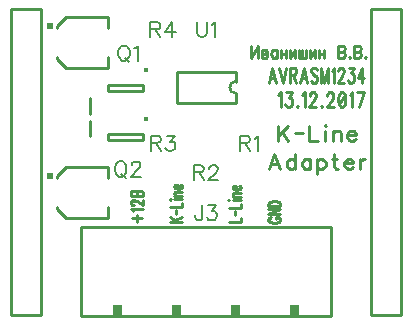
<source format=gbr>
G04 DipTrace 3.1.0.1*
G04 Âåðõíÿÿìàðêèðîâêà.gbr*
%MOIN*%
G04 #@! TF.FileFunction,Legend,Top*
G04 #@! TF.Part,Single*
%ADD10C,0.009843*%
%ADD15C,0.023676*%
%ADD24C,0.015404*%
%ADD54C,0.00772*%
%ADD55C,0.010936*%
%ADD56C,0.008749*%
%FSLAX26Y26*%
G04*
G70*
G90*
G75*
G01*
G04 TopSilk*
%LPD*%
X-1778067Y1784824D2*
D10*
X-1778043Y1749391D1*
X-1778067Y1784824D2*
X-1917765D1*
X-1947324Y1755300D2*
X-1917765Y1784824D1*
X-1947324Y1755300D2*
X-1947348Y1749391D1*
X-1778043Y1650965D2*
X-1778067Y1615533D1*
X-1917765D1*
X-1947324Y1645057D2*
X-1917765Y1615533D1*
X-1947348Y1650965D2*
X-1947324Y1645057D1*
D15*
X-1968975Y1755308D3*
X-1778067Y1284766D2*
D10*
X-1778043Y1249334D1*
X-1778067Y1284766D2*
X-1917765D1*
X-1947324Y1255242D2*
X-1917765Y1284766D1*
X-1947324Y1255242D2*
X-1947348Y1249334D1*
X-1778043Y1150908D2*
X-1778067Y1115475D1*
X-1917765D1*
X-1947324Y1144999D2*
X-1917765Y1115475D1*
X-1947348Y1150908D2*
X-1947324Y1144999D1*
D15*
X-1968975Y1255250D3*
X-1837919Y1513227D2*
D10*
Y1462085D1*
Y1438219D2*
Y1387077D1*
X-1867475Y788925D2*
X-1032829D1*
Y1084201D1*
X-1867475D1*
Y788925D1*
G36*
X-1761141Y823679D2*
X-1729675D1*
Y792173D1*
X-1761141D1*
Y823679D1*
G37*
G36*
X-1564332D2*
X-1532866D1*
Y792173D1*
X-1564332D1*
Y823679D1*
G37*
G36*
X-1367522D2*
X-1336056D1*
Y792173D1*
X-1367522D1*
Y823679D1*
G37*
G36*
X-1170546D2*
X-1139080D1*
Y792173D1*
X-1170546D1*
Y823679D1*
G37*
X-2001003Y1809979D2*
D10*
X-2099428D1*
Y790294D1*
X-2001003D1*
Y1809979D1*
X-800877D2*
X-899302D1*
Y790294D1*
X-800877D1*
Y1809979D1*
D24*
X-1650578Y1608626D3*
X-1659778Y1558484D2*
D10*
X-1777883D1*
Y1538799D1*
X-1659778D1*
Y1558484D1*
D24*
X-1650578Y1446109D3*
X-1659778Y1395967D2*
D10*
X-1777883D1*
Y1376282D1*
X-1659778D1*
Y1395967D1*
X-1351725Y1601351D2*
X-1548579D1*
X-1351725Y1498975D2*
X-1548579D1*
Y1601351D2*
Y1498975D1*
X-1351725Y1569857D2*
Y1601351D1*
Y1530468D2*
Y1498975D1*
Y1569857D2*
G03X-1351725Y1530468I9J-19694D01*
G01*
X-1462653Y1157424D2*
D54*
Y1119177D1*
X-1465029Y1111992D1*
X-1467461Y1109616D1*
X-1472214Y1107184D1*
X-1477023D1*
X-1481776Y1109616D1*
X-1484153Y1111992D1*
X-1486584Y1119177D1*
Y1123931D1*
X-1442405Y1157369D2*
X-1416152D1*
X-1430467Y1138245D1*
X-1423282D1*
X-1418529Y1135869D1*
X-1416152Y1133492D1*
X-1413720Y1126307D1*
Y1121554D1*
X-1416152Y1114369D1*
X-1420905Y1109560D1*
X-1428090Y1107184D1*
X-1435275D1*
X-1442405Y1109560D1*
X-1444782Y1111992D1*
X-1447213Y1116745D1*
X-1728876Y1689560D2*
X-1733630Y1687239D1*
X-1738438Y1682431D1*
X-1740815Y1677622D1*
X-1743247Y1670437D1*
Y1658499D1*
X-1740815Y1651314D1*
X-1738438Y1646561D1*
X-1733630Y1641752D1*
X-1728876Y1639376D1*
X-1719315D1*
X-1714506Y1641752D1*
X-1709753Y1646561D1*
X-1707377Y1651314D1*
X-1704945Y1658499D1*
Y1670437D1*
X-1707377Y1677622D1*
X-1709753Y1682431D1*
X-1714506Y1687239D1*
X-1719315Y1689560D1*
X-1728876D1*
X-1721691Y1648937D2*
X-1707377Y1634567D1*
X-1689505Y1679943D2*
X-1684697Y1682375D1*
X-1677512Y1689505D1*
Y1639320D1*
X-1739626Y1303221D2*
X-1744380Y1300900D1*
X-1749188Y1296091D1*
X-1751565Y1291283D1*
X-1753996Y1284098D1*
Y1272160D1*
X-1751565Y1264975D1*
X-1749188Y1260221D1*
X-1744380Y1255413D1*
X-1739626Y1253036D1*
X-1730065D1*
X-1725256Y1255413D1*
X-1720503Y1260221D1*
X-1718127Y1264975D1*
X-1715695Y1272160D1*
Y1284098D1*
X-1718127Y1291283D1*
X-1720503Y1296091D1*
X-1725256Y1300900D1*
X-1730065Y1303221D1*
X-1739626D1*
X-1732441Y1262598D2*
X-1718127Y1248228D1*
X-1697824Y1291228D2*
Y1293604D1*
X-1695447Y1298413D1*
X-1693070Y1300789D1*
X-1688262Y1303166D1*
X-1678700D1*
X-1673947Y1300789D1*
X-1671571Y1298413D1*
X-1669139Y1293604D1*
Y1288851D1*
X-1671571Y1284043D1*
X-1676324Y1276913D1*
X-1700255Y1252981D1*
X-1666762D1*
X-1336850Y1365022D2*
X-1315350D1*
X-1308165Y1367454D1*
X-1305733Y1369830D1*
X-1303357Y1374583D1*
Y1379392D1*
X-1305733Y1384145D1*
X-1308165Y1386577D1*
X-1315350Y1388953D1*
X-1336850D1*
Y1338713D1*
X-1320104Y1365022D2*
X-1303357Y1338713D1*
X-1287918Y1379336D2*
X-1283109Y1381768D1*
X-1275924Y1388898D1*
Y1338713D1*
X-1491468Y1267222D2*
X-1469968D1*
X-1462783Y1269654D1*
X-1460351Y1272031D1*
X-1457974Y1276784D1*
Y1281593D1*
X-1460351Y1286346D1*
X-1462783Y1288778D1*
X-1469968Y1291154D1*
X-1491468D1*
Y1240914D1*
X-1474721Y1267222D2*
X-1457974Y1240914D1*
X-1440103Y1279161D2*
Y1281537D1*
X-1437727Y1286346D1*
X-1435350Y1288722D1*
X-1430541Y1291099D1*
X-1420980D1*
X-1416227Y1288722D1*
X-1413850Y1286346D1*
X-1411418Y1281537D1*
Y1276784D1*
X-1413850Y1271976D1*
X-1418603Y1264846D1*
X-1442535Y1240914D1*
X-1409042D1*
X-1635130Y1365022D2*
X-1613630D1*
X-1606445Y1367454D1*
X-1604014Y1369830D1*
X-1601637Y1374583D1*
Y1379392D1*
X-1604014Y1384145D1*
X-1606445Y1386577D1*
X-1613630Y1388953D1*
X-1635130D1*
Y1338713D1*
X-1618384Y1365022D2*
X-1601637Y1338713D1*
X-1581389Y1388898D2*
X-1555136D1*
X-1569451Y1369775D1*
X-1562266D1*
X-1557513Y1367398D1*
X-1555136Y1365022D1*
X-1552704Y1357837D1*
Y1353083D1*
X-1555136Y1345898D1*
X-1559889Y1341090D1*
X-1567074Y1338713D1*
X-1574259D1*
X-1581389Y1341090D1*
X-1583766Y1343522D1*
X-1586198Y1348275D1*
X-1636319Y1743705D2*
X-1614819D1*
X-1607634Y1746137D1*
X-1605202Y1748513D1*
X-1602825Y1753266D1*
Y1758075D1*
X-1605202Y1762828D1*
X-1607634Y1765260D1*
X-1614819Y1767636D1*
X-1636319D1*
Y1717396D1*
X-1619572Y1743705D2*
X-1602825Y1717396D1*
X-1563454D2*
Y1767581D1*
X-1587386Y1734143D1*
X-1551516D1*
X-1480615Y1769055D2*
Y1733185D1*
X-1478239Y1726000D1*
X-1473430Y1721247D1*
X-1466245Y1718815D1*
X-1461492D1*
X-1454307Y1721247D1*
X-1449499Y1726000D1*
X-1447122Y1733185D1*
Y1769055D1*
X-1431683Y1759438D2*
X-1426874Y1761870D1*
X-1419689Y1769000D1*
Y1718815D1*
X-1210440Y1422365D2*
D55*
Y1372125D1*
X-1176947Y1422365D2*
X-1210440Y1388871D1*
X-1198502Y1400865D2*
X-1176947Y1372125D1*
X-1155074Y1397217D2*
X-1127440D1*
X-1105567Y1422365D2*
Y1372125D1*
X-1076883D1*
X-1055010Y1422365D2*
X-1052634Y1419988D1*
X-1050202Y1422365D1*
X-1052634Y1424797D1*
X-1055010Y1422365D1*
X-1052634Y1405618D2*
Y1372125D1*
X-1028330Y1405618D2*
Y1372125D1*
Y1396057D2*
X-1021145Y1403242D1*
X-1016336Y1405618D1*
X-1009206D1*
X-1004398Y1403242D1*
X-1002021Y1396057D1*
Y1372125D1*
X-980149Y1391248D2*
X-951464D1*
Y1396057D1*
X-953841Y1400865D1*
X-956217Y1403242D1*
X-961026Y1405618D1*
X-968211D1*
X-972964Y1403242D1*
X-977772Y1398433D1*
X-980149Y1391248D1*
Y1386495D1*
X-977772Y1379310D1*
X-972964Y1374557D1*
X-968211Y1372125D1*
X-961026D1*
X-956217Y1374557D1*
X-951464Y1379310D1*
X-1569961Y1101927D2*
D56*
X-1529769D1*
X-1569961Y1118004D2*
X-1543167Y1101927D1*
X-1552762Y1107657D2*
X-1529769Y1118004D1*
X-1549843Y1128503D2*
Y1141767D1*
X-1569961Y1152266D2*
X-1529769D1*
Y1166035D1*
X-1569961Y1176533D2*
X-1568060Y1177674D1*
X-1569961Y1178841D1*
X-1571907Y1177674D1*
X-1569961Y1176533D1*
X-1556564Y1177674D2*
X-1529769D1*
X-1556564Y1189340D2*
X-1529769D1*
X-1548915D2*
X-1554663Y1192789D1*
X-1556564Y1195097D1*
Y1198519D1*
X-1554663Y1200827D1*
X-1548915Y1201968D1*
X-1529769D1*
X-1545068Y1212467D2*
Y1226235D1*
X-1548915D1*
X-1552761Y1225095D1*
X-1554663Y1223954D1*
X-1556564Y1221646D1*
Y1218197D1*
X-1554663Y1215915D1*
X-1550816Y1213607D1*
X-1545068Y1212467D1*
X-1541265D1*
X-1535517Y1213607D1*
X-1531715Y1215915D1*
X-1529769Y1218197D1*
Y1221646D1*
X-1531715Y1223954D1*
X-1535517Y1226235D1*
X-1375394Y1101132D2*
X-1335202D1*
Y1114900D1*
X-1355276Y1125399D2*
Y1138664D1*
X-1375394Y1149163D2*
X-1335202Y1149162D1*
Y1162931D1*
X-1375394Y1173430D2*
X-1373493Y1174571D1*
X-1375394Y1175738D1*
X-1377340Y1174571D1*
X-1375394Y1173430D1*
X-1361997Y1174571D2*
X-1335202D1*
X-1361997Y1186237D2*
X-1335202D1*
X-1354348D2*
X-1360096Y1189685D1*
X-1361997Y1191994D1*
Y1195416D1*
X-1360096Y1197724D1*
X-1354348Y1198865D1*
X-1335202D1*
X-1350501Y1209363D2*
Y1223132D1*
X-1354348D1*
X-1358195Y1221991D1*
X-1360096Y1220851D1*
X-1361997Y1218543D1*
Y1215094D1*
X-1360096Y1212812D1*
X-1356249Y1210504D1*
X-1350501Y1209363D1*
X-1346699D1*
X-1340950Y1210504D1*
X-1337148Y1212812D1*
X-1335202Y1215094D1*
Y1218542D1*
X-1337148Y1220851D1*
X-1340950Y1223132D1*
X-1697908Y1113474D2*
X-1663464D1*
X-1680664Y1101434D2*
Y1125544D1*
X-1693110Y1137793D2*
X-1695056Y1140486D1*
X-1700760Y1144509D1*
X-1660612D1*
X-1691209Y1158119D2*
X-1693110D1*
X-1696957Y1159450D1*
X-1698858Y1160781D1*
X-1700760Y1163474D1*
Y1168829D1*
X-1698858Y1171490D1*
X-1696957Y1172821D1*
X-1693110Y1174183D1*
X-1689308D1*
X-1685461Y1172821D1*
X-1679757Y1170159D1*
X-1660612Y1156758D1*
Y1175514D1*
X-1700804Y1187762D2*
X-1660612D1*
Y1199833D1*
X-1662557Y1203857D1*
X-1664459Y1205188D1*
X-1668261Y1206519D1*
X-1674009D1*
X-1677856Y1205188D1*
X-1679757Y1203857D1*
X-1681659Y1199833D1*
X-1683604Y1203857D1*
X-1685505Y1205188D1*
X-1689308Y1206519D1*
X-1693155D1*
X-1696957Y1205188D1*
X-1698903Y1203857D1*
X-1700804Y1199833D1*
Y1187762D1*
X-1681659D2*
Y1199833D1*
X-1233059Y1116827D2*
X-1236862Y1115686D1*
X-1240708Y1113378D1*
X-1242610Y1111097D1*
Y1106507D1*
X-1240708Y1104199D1*
X-1236862Y1101918D1*
X-1233059Y1100750D1*
X-1227311Y1099609D1*
X-1217716D1*
X-1212012Y1100750D1*
X-1208166Y1101918D1*
X-1204363Y1104199D1*
X-1202418Y1106507D1*
Y1111097D1*
X-1204363Y1113378D1*
X-1208166Y1115686D1*
X-1212012Y1116827D1*
X-1217716D1*
Y1111097D1*
X-1242610Y1143402D2*
X-1202418D1*
X-1242610Y1127326D1*
X-1202418D1*
X-1242610Y1153901D2*
X-1202418D1*
Y1161940D1*
X-1204363Y1165388D1*
X-1208166Y1167696D1*
X-1212012Y1168837D1*
X-1217716Y1169978D1*
X-1227311D1*
X-1233059Y1168837D1*
X-1236862Y1167696D1*
X-1240708Y1165388D1*
X-1242610Y1161940D1*
Y1153901D1*
X-1218712Y1565895D2*
D55*
X-1230219Y1616135D1*
X-1241693Y1565895D1*
X-1237382Y1582642D2*
X-1223023D1*
X-1205589Y1616135D2*
X-1194115Y1565895D1*
X-1182641Y1616135D1*
X-1169518Y1592203D2*
X-1156618D1*
X-1152307Y1594635D1*
X-1150848Y1597012D1*
X-1149422Y1601765D1*
Y1606574D1*
X-1150848Y1611327D1*
X-1152307Y1613759D1*
X-1156618Y1616135D1*
X-1169518D1*
Y1565895D1*
X-1159470Y1592203D2*
X-1149422Y1565895D1*
X-1113317D2*
X-1124824Y1616135D1*
X-1136298Y1565895D1*
X-1131987Y1582642D2*
X-1117628D1*
X-1080098Y1608950D2*
X-1082950Y1613759D1*
X-1087261Y1616135D1*
X-1092998D1*
X-1097309Y1613759D1*
X-1100194Y1608950D1*
Y1604197D1*
X-1098735Y1599388D1*
X-1097309Y1597012D1*
X-1094457Y1594635D1*
X-1085835Y1589827D1*
X-1082950Y1587450D1*
X-1081524Y1585018D1*
X-1080098Y1580265D1*
Y1573080D1*
X-1082950Y1568327D1*
X-1087261Y1565895D1*
X-1092998D1*
X-1097309Y1568327D1*
X-1100194Y1573080D1*
X-1044027Y1565895D2*
Y1616135D1*
X-1055501Y1565895D1*
X-1066974Y1616135D1*
Y1565895D1*
X-1030903Y1606518D2*
X-1028018Y1608950D1*
X-1023707Y1616080D1*
Y1565895D1*
X-1009125Y1604142D2*
Y1606518D1*
X-1007699Y1611327D1*
X-1006273Y1613703D1*
X-1003388Y1616080D1*
X-997651D1*
X-994799Y1613703D1*
X-993373Y1611327D1*
X-991914Y1606518D1*
Y1601765D1*
X-993373Y1596957D1*
X-996225Y1589827D1*
X-1010584Y1565895D1*
X-990488D1*
X-974479Y1616080D2*
X-958728D1*
X-967316Y1596957D1*
X-963005D1*
X-960153Y1594580D1*
X-958728Y1592203D1*
X-957268Y1585018D1*
Y1580265D1*
X-958728Y1573080D1*
X-961579Y1568272D1*
X-965890Y1565895D1*
X-970201D1*
X-974479Y1568272D1*
X-975905Y1570704D1*
X-977364Y1575457D1*
X-929786Y1565895D2*
Y1616080D1*
X-944145Y1582642D1*
X-922623D1*
X-1210440Y1525260D2*
X-1207074Y1527692D1*
X-1202045Y1534821D1*
Y1484637D1*
X-1183368Y1534821D2*
X-1164991D1*
X-1175011Y1515698D1*
X-1169982D1*
X-1166655Y1513322D1*
X-1164991Y1510945D1*
X-1163289Y1503760D1*
Y1499007D1*
X-1164991Y1491822D1*
X-1168318Y1487013D1*
X-1173348Y1484637D1*
X-1178377D1*
X-1183368Y1487013D1*
X-1185032Y1489445D1*
X-1186734Y1494198D1*
X-1146315Y1489445D2*
X-1147978Y1487013D1*
X-1146315Y1484637D1*
X-1144612Y1487013D1*
X-1146315Y1489445D1*
X-1129302Y1525260D2*
X-1125936Y1527692D1*
X-1120906Y1534821D1*
Y1484637D1*
X-1103893Y1522883D2*
Y1525260D1*
X-1102230Y1530068D1*
X-1100566Y1532445D1*
X-1097200Y1534821D1*
X-1090507D1*
X-1087180Y1532445D1*
X-1085516Y1530068D1*
X-1083814Y1525260D1*
Y1520507D1*
X-1085516Y1515698D1*
X-1088843Y1508568D1*
X-1105596Y1484637D1*
X-1082150D1*
X-1065176Y1489445D2*
X-1066840Y1487013D1*
X-1065176Y1484637D1*
X-1063474Y1487013D1*
X-1065176Y1489445D1*
X-1046461Y1522883D2*
Y1525260D1*
X-1044797Y1530068D1*
X-1043134Y1532445D1*
X-1039768Y1534821D1*
X-1033075D1*
X-1029747Y1532445D1*
X-1028084Y1530068D1*
X-1026381Y1525260D1*
Y1520507D1*
X-1028084Y1515698D1*
X-1031411Y1508568D1*
X-1048163Y1484637D1*
X-1024718D1*
X-999348Y1534821D2*
X-1004378Y1532445D1*
X-1007744Y1525260D1*
X-1009407Y1513322D1*
Y1506136D1*
X-1007744Y1494198D1*
X-1004378Y1487013D1*
X-999348Y1484637D1*
X-996021D1*
X-990991Y1487013D1*
X-987664Y1494198D1*
X-985962Y1506136D1*
Y1513322D1*
X-987664Y1525260D1*
X-990991Y1532445D1*
X-996021Y1534821D1*
X-999348D1*
X-987664Y1525260D2*
X-1007744Y1494198D1*
X-970651Y1525260D2*
X-967285Y1527692D1*
X-962256Y1534821D1*
Y1484637D1*
X-940252D2*
X-923500Y1534821D1*
X-946945D1*
X-1203392Y1278365D2*
X-1222570Y1328605D1*
X-1241693Y1278365D1*
X-1234508Y1295112D2*
X-1210577D1*
X-1152834Y1328605D2*
Y1278365D1*
Y1304673D2*
X-1157588Y1309482D1*
X-1162396Y1311858D1*
X-1169581D1*
X-1174334Y1309482D1*
X-1179143Y1304673D1*
X-1181519Y1297488D1*
Y1292735D1*
X-1179143Y1285550D1*
X-1174334Y1280797D1*
X-1169581Y1278365D1*
X-1162396D1*
X-1157588Y1280797D1*
X-1152834Y1285550D1*
X-1102277Y1311858D2*
Y1278365D1*
Y1304673D2*
X-1107030Y1309482D1*
X-1111839Y1311858D1*
X-1118969D1*
X-1123777Y1309482D1*
X-1128530Y1304673D1*
X-1130962Y1297488D1*
Y1292735D1*
X-1128530Y1285550D1*
X-1123777Y1280797D1*
X-1118969Y1278365D1*
X-1111839D1*
X-1107030Y1280797D1*
X-1102277Y1285550D1*
X-1080405Y1311858D2*
Y1261618D1*
Y1304673D2*
X-1075597Y1309426D1*
X-1070843Y1311858D1*
X-1063658D1*
X-1058850Y1309426D1*
X-1054097Y1304673D1*
X-1051665Y1297488D1*
Y1292680D1*
X-1054097Y1285550D1*
X-1058850Y1280742D1*
X-1063658Y1278365D1*
X-1070843D1*
X-1075597Y1280742D1*
X-1080405Y1285550D1*
X-1022608Y1328605D2*
Y1287927D1*
X-1020231Y1280797D1*
X-1015422Y1278365D1*
X-1010669D1*
X-1029793Y1311858D2*
X-1013046D1*
X-988797Y1297488D2*
X-960112D1*
Y1302297D1*
X-962489Y1307105D1*
X-964865Y1309482D1*
X-969674Y1311858D1*
X-976859D1*
X-981612Y1309482D1*
X-986420Y1304673D1*
X-988797Y1297488D1*
Y1292735D1*
X-986420Y1285550D1*
X-981612Y1280797D1*
X-976859Y1278365D1*
X-969674D1*
X-964865Y1280797D1*
X-960112Y1285550D1*
X-938240Y1311858D2*
Y1278365D1*
Y1297488D2*
X-935808Y1304673D1*
X-931055Y1309482D1*
X-926246Y1311858D1*
X-919061D1*
X-1277607Y1688606D2*
D56*
Y1648414D1*
Y1688606D2*
X-1299043Y1648414D1*
Y1688606D2*
Y1648414D1*
X-1263609Y1675208D2*
Y1648414D1*
X-1253280D1*
X-1249814Y1649696D1*
X-1248682Y1650978D1*
X-1247550Y1653499D1*
Y1657345D1*
X-1248682Y1659910D1*
X-1249814Y1661192D1*
X-1253280Y1662430D1*
X-1249814Y1663757D1*
X-1248682Y1664995D1*
X-1247550Y1667559D1*
Y1670124D1*
X-1248682Y1672644D1*
X-1249814Y1673926D1*
X-1253280Y1675208D1*
X-1263609D1*
Y1662430D2*
X-1253280D1*
X-1215193Y1675208D2*
Y1648414D1*
Y1669460D2*
X-1218235Y1673307D1*
X-1221313Y1675208D1*
X-1225876D1*
X-1228953Y1673307D1*
X-1231995Y1669460D1*
X-1233552Y1663712D1*
Y1659910D1*
X-1231995Y1654162D1*
X-1228953Y1650359D1*
X-1225876Y1648414D1*
X-1221313D1*
X-1218235Y1650359D1*
X-1215193Y1654162D1*
X-1201195Y1675208D2*
Y1648414D1*
X-1185136Y1675208D2*
Y1648414D1*
X-1201195Y1662430D2*
X-1185136D1*
X-1155078Y1675208D2*
Y1648414D1*
Y1675208D2*
X-1171138Y1648414D1*
Y1675208D2*
Y1648414D1*
X-1141080D2*
Y1675208D1*
X-1118123D2*
Y1648414D1*
X-1129620Y1675208D2*
Y1648414D1*
X-1141080D2*
X-1118123D1*
X-1088066Y1675208D2*
Y1648414D1*
Y1675208D2*
X-1104125Y1648414D1*
Y1675208D2*
Y1648414D1*
X-1074068Y1675208D2*
Y1648414D1*
X-1058009Y1675208D2*
Y1648414D1*
X-1074068Y1662430D2*
X-1058009D1*
X-1008789Y1688606D2*
Y1648414D1*
X-994993D1*
X-990395Y1650359D1*
X-988874Y1652261D1*
X-987353Y1656063D1*
Y1661811D1*
X-988874Y1665658D1*
X-990395Y1667559D1*
X-994993Y1669460D1*
X-990395Y1671406D1*
X-988874Y1673307D1*
X-987353Y1677110D1*
Y1680956D1*
X-988874Y1684759D1*
X-990395Y1686704D1*
X-994993Y1688606D1*
X-1008789D1*
Y1669460D2*
X-994993D1*
X-971834Y1652261D2*
X-973355Y1650315D1*
X-971834Y1648414D1*
X-970277Y1650315D1*
X-971834Y1652261D1*
X-956279Y1688606D2*
Y1648414D1*
X-942484D1*
X-937885Y1650359D1*
X-936364Y1652261D1*
X-934843Y1656063D1*
Y1661811D1*
X-936364Y1665658D1*
X-937885Y1667559D1*
X-942484Y1669460D1*
X-937885Y1671406D1*
X-936364Y1673307D1*
X-934843Y1677110D1*
Y1680956D1*
X-936364Y1684759D1*
X-937885Y1686704D1*
X-942484Y1688606D1*
X-956279D1*
Y1669460D2*
X-942484D1*
X-919324Y1652261D2*
X-920845Y1650315D1*
X-919324Y1648414D1*
X-917768Y1650315D1*
X-919324Y1652261D1*
M02*

</source>
